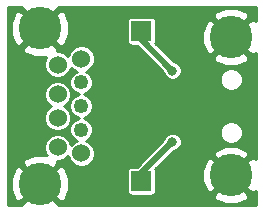
<source format=gbr>
G04 #@! TF.GenerationSoftware,KiCad,Pcbnew,(5.0.0-rc2-110-g9edfd25)*
G04 #@! TF.CreationDate,2018-06-15T17:49:20-07:00*
G04 #@! TF.ProjectId,USB-Voltage-Probe,5553422D566F6C746167652D50726F62,rev?*
G04 #@! TF.SameCoordinates,Original*
G04 #@! TF.FileFunction,Copper,L2,Bot,Signal*
G04 #@! TF.FilePolarity,Positive*
%FSLAX46Y46*%
G04 Gerber Fmt 4.6, Leading zero omitted, Abs format (unit mm)*
G04 Created by KiCad (PCBNEW (5.0.0-rc2-110-g9edfd25)) date Friday, June 15, 2018 at 05:49:20 PM*
%MOMM*%
%LPD*%
G01*
G04 APERTURE LIST*
G04 #@! TA.AperFunction,ComponentPad*
%ADD10C,3.600000*%
G04 #@! TD*
G04 #@! TA.AperFunction,ComponentPad*
%ADD11C,1.524000*%
G04 #@! TD*
G04 #@! TA.AperFunction,ComponentPad*
%ADD12C,1.250000*%
G04 #@! TD*
G04 #@! TA.AperFunction,ComponentPad*
%ADD13R,1.700000X1.700000*%
G04 #@! TD*
G04 #@! TA.AperFunction,ViaPad*
%ADD14C,0.800000*%
G04 #@! TD*
G04 #@! TA.AperFunction,Conductor*
%ADD15C,0.500000*%
G04 #@! TD*
G04 #@! TA.AperFunction,Conductor*
%ADD16C,0.254000*%
G04 #@! TD*
G04 APERTURE END LIST*
D10*
G04 #@! TO.P,J1,10*
G04 #@! TO.N,Net-(J1-Pad10)*
X146360000Y-48040000D03*
X146360000Y-61180000D03*
D11*
G04 #@! TO.P,J1,4*
G04 #@! TO.N,Net-(J1-Pad4)*
X147860000Y-58110000D03*
G04 #@! TO.P,J1,3*
G04 #@! TO.N,Net-(J1-Pad3)*
X147860000Y-55610000D03*
G04 #@! TO.P,J1,2*
G04 #@! TO.N,Net-(J1-Pad2)*
X147860000Y-53610000D03*
G04 #@! TO.P,J1,1*
G04 #@! TO.N,Net-(J1-Pad1)*
X147860000Y-51110000D03*
G04 #@! TO.P,J1,5*
G04 #@! TO.N,Net-(J1-Pad5)*
X149860000Y-58610000D03*
D12*
G04 #@! TO.P,J1,6*
G04 #@! TO.N,Net-(J1-Pad6)*
X149860000Y-56610000D03*
D11*
G04 #@! TO.P,J1,9*
G04 #@! TO.N,Net-(J1-Pad9)*
X149860000Y-50610000D03*
D12*
G04 #@! TO.P,J1,8*
G04 #@! TO.N,Net-(J1-Pad8)*
X149860000Y-52610000D03*
G04 #@! TO.P,J1,7*
G04 #@! TO.N,Net-(J1-Pad7)*
X149860000Y-54610000D03*
G04 #@! TD*
D13*
G04 #@! TO.P,J3,1*
G04 #@! TO.N,Net-(J1-Pad4)*
X154940000Y-60960000D03*
G04 #@! TD*
G04 #@! TO.P,J4,1*
G04 #@! TO.N,Net-(J1-Pad1)*
X154940000Y-48260000D03*
G04 #@! TD*
D10*
G04 #@! TO.P,J2,10*
G04 #@! TO.N,Net-(J1-Pad10)*
X162550000Y-48760000D03*
X162550000Y-60460000D03*
G04 #@! TD*
D14*
G04 #@! TO.N,Net-(J1-Pad1)*
X157575000Y-51600000D03*
G04 #@! TO.N,Net-(J1-Pad4)*
X157575000Y-57625000D03*
G04 #@! TD*
D15*
G04 #@! TO.N,Net-(J1-Pad1)*
X154940000Y-48260000D02*
X154940000Y-48965000D01*
X154940000Y-48965000D02*
X157575000Y-51600000D01*
G04 #@! TO.N,Net-(J1-Pad4)*
X154940000Y-60960000D02*
X154940000Y-60260000D01*
X154940000Y-60260000D02*
X157575000Y-57625000D01*
G04 #@! TD*
D16*
G04 #@! TO.N,Net-(J1-Pad10)*
G36*
X144808975Y-46309370D02*
X146360000Y-47860395D01*
X147911025Y-46309370D01*
X147847964Y-46197000D01*
X164623001Y-46197000D01*
X164623001Y-47401111D01*
X164280630Y-47208975D01*
X162729605Y-48760000D01*
X164280630Y-50311025D01*
X164623001Y-50118889D01*
X164623000Y-59101110D01*
X164280630Y-58908975D01*
X162729605Y-60460000D01*
X164280630Y-62011025D01*
X164623000Y-61818890D01*
X164623000Y-63023000D01*
X147847964Y-63023000D01*
X147911025Y-62910630D01*
X146360000Y-61359605D01*
X144808975Y-62910630D01*
X144872036Y-63023000D01*
X143637000Y-63023000D01*
X143637000Y-60724673D01*
X143919406Y-60724673D01*
X143930939Y-61693308D01*
X144279431Y-62534642D01*
X144629370Y-62731025D01*
X146180395Y-61180000D01*
X146539605Y-61180000D01*
X148090630Y-62731025D01*
X148440569Y-62534642D01*
X148800594Y-61635327D01*
X148789061Y-60666692D01*
X148558472Y-60110000D01*
X153705615Y-60110000D01*
X153705615Y-61810000D01*
X153734875Y-61957098D01*
X153818199Y-62081801D01*
X153942902Y-62165125D01*
X154090000Y-62194385D01*
X155790000Y-62194385D01*
X155808877Y-62190630D01*
X160998975Y-62190630D01*
X161195358Y-62540569D01*
X162094673Y-62900594D01*
X163063308Y-62889061D01*
X163904642Y-62540569D01*
X164101025Y-62190630D01*
X162550000Y-60639605D01*
X160998975Y-62190630D01*
X155808877Y-62190630D01*
X155937098Y-62165125D01*
X156061801Y-62081801D01*
X156145125Y-61957098D01*
X156174385Y-61810000D01*
X156174385Y-60110000D01*
X156153434Y-60004673D01*
X160109406Y-60004673D01*
X160120939Y-60973308D01*
X160469431Y-61814642D01*
X160819370Y-62011025D01*
X162370395Y-60460000D01*
X160819370Y-58908975D01*
X160469431Y-59105358D01*
X160109406Y-60004673D01*
X156153434Y-60004673D01*
X156145125Y-59962902D01*
X156136587Y-59950124D01*
X157357341Y-58729370D01*
X160998975Y-58729370D01*
X162550000Y-60280395D01*
X164101025Y-58729370D01*
X163904642Y-58379431D01*
X163005327Y-58019406D01*
X162036692Y-58030939D01*
X161195358Y-58379431D01*
X160998975Y-58729370D01*
X157357341Y-58729370D01*
X157684711Y-58402000D01*
X157729555Y-58402000D01*
X158015135Y-58283709D01*
X158233709Y-58065135D01*
X158352000Y-57779555D01*
X158352000Y-57470445D01*
X158233709Y-57184865D01*
X158015135Y-56966291D01*
X157729555Y-56848000D01*
X157420445Y-56848000D01*
X157134865Y-56966291D01*
X156916291Y-57184865D01*
X156798000Y-57470445D01*
X156798000Y-57515289D01*
X154587674Y-59725615D01*
X154090000Y-59725615D01*
X153942902Y-59754875D01*
X153818199Y-59838199D01*
X153734875Y-59962902D01*
X153705615Y-60110000D01*
X148558472Y-60110000D01*
X148440569Y-59825358D01*
X148090630Y-59628975D01*
X146539605Y-61180000D01*
X146180395Y-61180000D01*
X144629370Y-59628975D01*
X144279431Y-59825358D01*
X143919406Y-60724673D01*
X143637000Y-60724673D01*
X143637000Y-53383439D01*
X146721000Y-53383439D01*
X146721000Y-53836561D01*
X146894403Y-54255191D01*
X147214809Y-54575597D01*
X147297865Y-54610000D01*
X147214809Y-54644403D01*
X146894403Y-54964809D01*
X146721000Y-55383439D01*
X146721000Y-55836561D01*
X146894403Y-56255191D01*
X147214809Y-56575597D01*
X147633439Y-56749000D01*
X148086561Y-56749000D01*
X148505191Y-56575597D01*
X148825597Y-56255191D01*
X148999000Y-55836561D01*
X148999000Y-55383439D01*
X148825597Y-54964809D01*
X148505191Y-54644403D01*
X148422135Y-54610000D01*
X148505191Y-54575597D01*
X148825597Y-54255191D01*
X148999000Y-53836561D01*
X148999000Y-53383439D01*
X148825597Y-52964809D01*
X148505191Y-52644403D01*
X148086561Y-52471000D01*
X147633439Y-52471000D01*
X147214809Y-52644403D01*
X146894403Y-52964809D01*
X146721000Y-53383439D01*
X143637000Y-53383439D01*
X143637000Y-49770630D01*
X144808975Y-49770630D01*
X145005358Y-50120569D01*
X145904673Y-50480594D01*
X146873308Y-50469061D01*
X146902061Y-50457151D01*
X146894403Y-50464809D01*
X146721000Y-50883439D01*
X146721000Y-51336561D01*
X146894403Y-51755191D01*
X147214809Y-52075597D01*
X147633439Y-52249000D01*
X148086561Y-52249000D01*
X148505191Y-52075597D01*
X148825597Y-51755191D01*
X148992197Y-51352985D01*
X149214809Y-51575597D01*
X149476863Y-51684144D01*
X149292413Y-51760546D01*
X149010546Y-52042413D01*
X148858000Y-52410690D01*
X148858000Y-52809310D01*
X149010546Y-53177587D01*
X149292413Y-53459454D01*
X149655862Y-53610000D01*
X149292413Y-53760546D01*
X149010546Y-54042413D01*
X148858000Y-54410690D01*
X148858000Y-54809310D01*
X149010546Y-55177587D01*
X149292413Y-55459454D01*
X149655862Y-55610000D01*
X149292413Y-55760546D01*
X149010546Y-56042413D01*
X148858000Y-56410690D01*
X148858000Y-56809310D01*
X149010546Y-57177587D01*
X149292413Y-57459454D01*
X149476863Y-57535856D01*
X149214809Y-57644403D01*
X148992197Y-57867015D01*
X148825597Y-57464809D01*
X148505191Y-57144403D01*
X148086561Y-56971000D01*
X147633439Y-56971000D01*
X147214809Y-57144403D01*
X146894403Y-57464809D01*
X146721000Y-57883439D01*
X146721000Y-58336561D01*
X146894403Y-58755191D01*
X146920870Y-58781658D01*
X146815327Y-58739406D01*
X145846692Y-58750939D01*
X145005358Y-59099431D01*
X144808975Y-59449370D01*
X146360000Y-61000395D01*
X147911025Y-59449370D01*
X147798579Y-59249000D01*
X148086561Y-59249000D01*
X148505191Y-59075597D01*
X148727803Y-58852985D01*
X148894403Y-59255191D01*
X149214809Y-59575597D01*
X149633439Y-59749000D01*
X150086561Y-59749000D01*
X150505191Y-59575597D01*
X150825597Y-59255191D01*
X150999000Y-58836561D01*
X150999000Y-58383439D01*
X150825597Y-57964809D01*
X150505191Y-57644403D01*
X150243137Y-57535856D01*
X150427587Y-57459454D01*
X150709454Y-57177587D01*
X150862000Y-56809310D01*
X150862000Y-56665663D01*
X161573000Y-56665663D01*
X161573000Y-57054337D01*
X161721739Y-57413426D01*
X161996574Y-57688261D01*
X162355663Y-57837000D01*
X162744337Y-57837000D01*
X163103426Y-57688261D01*
X163378261Y-57413426D01*
X163527000Y-57054337D01*
X163527000Y-56665663D01*
X163378261Y-56306574D01*
X163103426Y-56031739D01*
X162744337Y-55883000D01*
X162355663Y-55883000D01*
X161996574Y-56031739D01*
X161721739Y-56306574D01*
X161573000Y-56665663D01*
X150862000Y-56665663D01*
X150862000Y-56410690D01*
X150709454Y-56042413D01*
X150427587Y-55760546D01*
X150064138Y-55610000D01*
X150427587Y-55459454D01*
X150709454Y-55177587D01*
X150862000Y-54809310D01*
X150862000Y-54410690D01*
X150709454Y-54042413D01*
X150427587Y-53760546D01*
X150064138Y-53610000D01*
X150427587Y-53459454D01*
X150709454Y-53177587D01*
X150862000Y-52809310D01*
X150862000Y-52410690D01*
X150709454Y-52042413D01*
X150427587Y-51760546D01*
X150243137Y-51684144D01*
X150505191Y-51575597D01*
X150825597Y-51255191D01*
X150999000Y-50836561D01*
X150999000Y-50383439D01*
X150825597Y-49964809D01*
X150505191Y-49644403D01*
X150086561Y-49471000D01*
X149633439Y-49471000D01*
X149214809Y-49644403D01*
X148894403Y-49964809D01*
X148727803Y-50367015D01*
X148505191Y-50144403D01*
X148086561Y-49971000D01*
X147798579Y-49971000D01*
X147911025Y-49770630D01*
X146360000Y-48219605D01*
X144808975Y-49770630D01*
X143637000Y-49770630D01*
X143637000Y-47584673D01*
X143919406Y-47584673D01*
X143930939Y-48553308D01*
X144279431Y-49394642D01*
X144629370Y-49591025D01*
X146180395Y-48040000D01*
X146539605Y-48040000D01*
X148090630Y-49591025D01*
X148440569Y-49394642D01*
X148800594Y-48495327D01*
X148789061Y-47526692D01*
X148740726Y-47410000D01*
X153705615Y-47410000D01*
X153705615Y-49110000D01*
X153734875Y-49257098D01*
X153818199Y-49381801D01*
X153942902Y-49465125D01*
X154090000Y-49494385D01*
X154582674Y-49494385D01*
X156798000Y-51709711D01*
X156798000Y-51754555D01*
X156916291Y-52040135D01*
X157134865Y-52258709D01*
X157420445Y-52377000D01*
X157729555Y-52377000D01*
X158015135Y-52258709D01*
X158108181Y-52165663D01*
X161573000Y-52165663D01*
X161573000Y-52554337D01*
X161721739Y-52913426D01*
X161996574Y-53188261D01*
X162355663Y-53337000D01*
X162744337Y-53337000D01*
X163103426Y-53188261D01*
X163378261Y-52913426D01*
X163527000Y-52554337D01*
X163527000Y-52165663D01*
X163378261Y-51806574D01*
X163103426Y-51531739D01*
X162744337Y-51383000D01*
X162355663Y-51383000D01*
X161996574Y-51531739D01*
X161721739Y-51806574D01*
X161573000Y-52165663D01*
X158108181Y-52165663D01*
X158233709Y-52040135D01*
X158352000Y-51754555D01*
X158352000Y-51445445D01*
X158233709Y-51159865D01*
X158015135Y-50941291D01*
X157729555Y-50823000D01*
X157684711Y-50823000D01*
X157352341Y-50490630D01*
X160998975Y-50490630D01*
X161195358Y-50840569D01*
X162094673Y-51200594D01*
X163063308Y-51189061D01*
X163904642Y-50840569D01*
X164101025Y-50490630D01*
X162550000Y-48939605D01*
X160998975Y-50490630D01*
X157352341Y-50490630D01*
X156134584Y-49272873D01*
X156145125Y-49257098D01*
X156174385Y-49110000D01*
X156174385Y-48304673D01*
X160109406Y-48304673D01*
X160120939Y-49273308D01*
X160469431Y-50114642D01*
X160819370Y-50311025D01*
X162370395Y-48760000D01*
X160819370Y-47208975D01*
X160469431Y-47405358D01*
X160109406Y-48304673D01*
X156174385Y-48304673D01*
X156174385Y-47410000D01*
X156145125Y-47262902D01*
X156061801Y-47138199D01*
X155937098Y-47054875D01*
X155808878Y-47029370D01*
X160998975Y-47029370D01*
X162550000Y-48580395D01*
X164101025Y-47029370D01*
X163904642Y-46679431D01*
X163005327Y-46319406D01*
X162036692Y-46330939D01*
X161195358Y-46679431D01*
X160998975Y-47029370D01*
X155808878Y-47029370D01*
X155790000Y-47025615D01*
X154090000Y-47025615D01*
X153942902Y-47054875D01*
X153818199Y-47138199D01*
X153734875Y-47262902D01*
X153705615Y-47410000D01*
X148740726Y-47410000D01*
X148440569Y-46685358D01*
X148090630Y-46488975D01*
X146539605Y-48040000D01*
X146180395Y-48040000D01*
X144629370Y-46488975D01*
X144279431Y-46685358D01*
X143919406Y-47584673D01*
X143637000Y-47584673D01*
X143637000Y-46197000D01*
X144872036Y-46197000D01*
X144808975Y-46309370D01*
X144808975Y-46309370D01*
G37*
X144808975Y-46309370D02*
X146360000Y-47860395D01*
X147911025Y-46309370D01*
X147847964Y-46197000D01*
X164623001Y-46197000D01*
X164623001Y-47401111D01*
X164280630Y-47208975D01*
X162729605Y-48760000D01*
X164280630Y-50311025D01*
X164623001Y-50118889D01*
X164623000Y-59101110D01*
X164280630Y-58908975D01*
X162729605Y-60460000D01*
X164280630Y-62011025D01*
X164623000Y-61818890D01*
X164623000Y-63023000D01*
X147847964Y-63023000D01*
X147911025Y-62910630D01*
X146360000Y-61359605D01*
X144808975Y-62910630D01*
X144872036Y-63023000D01*
X143637000Y-63023000D01*
X143637000Y-60724673D01*
X143919406Y-60724673D01*
X143930939Y-61693308D01*
X144279431Y-62534642D01*
X144629370Y-62731025D01*
X146180395Y-61180000D01*
X146539605Y-61180000D01*
X148090630Y-62731025D01*
X148440569Y-62534642D01*
X148800594Y-61635327D01*
X148789061Y-60666692D01*
X148558472Y-60110000D01*
X153705615Y-60110000D01*
X153705615Y-61810000D01*
X153734875Y-61957098D01*
X153818199Y-62081801D01*
X153942902Y-62165125D01*
X154090000Y-62194385D01*
X155790000Y-62194385D01*
X155808877Y-62190630D01*
X160998975Y-62190630D01*
X161195358Y-62540569D01*
X162094673Y-62900594D01*
X163063308Y-62889061D01*
X163904642Y-62540569D01*
X164101025Y-62190630D01*
X162550000Y-60639605D01*
X160998975Y-62190630D01*
X155808877Y-62190630D01*
X155937098Y-62165125D01*
X156061801Y-62081801D01*
X156145125Y-61957098D01*
X156174385Y-61810000D01*
X156174385Y-60110000D01*
X156153434Y-60004673D01*
X160109406Y-60004673D01*
X160120939Y-60973308D01*
X160469431Y-61814642D01*
X160819370Y-62011025D01*
X162370395Y-60460000D01*
X160819370Y-58908975D01*
X160469431Y-59105358D01*
X160109406Y-60004673D01*
X156153434Y-60004673D01*
X156145125Y-59962902D01*
X156136587Y-59950124D01*
X157357341Y-58729370D01*
X160998975Y-58729370D01*
X162550000Y-60280395D01*
X164101025Y-58729370D01*
X163904642Y-58379431D01*
X163005327Y-58019406D01*
X162036692Y-58030939D01*
X161195358Y-58379431D01*
X160998975Y-58729370D01*
X157357341Y-58729370D01*
X157684711Y-58402000D01*
X157729555Y-58402000D01*
X158015135Y-58283709D01*
X158233709Y-58065135D01*
X158352000Y-57779555D01*
X158352000Y-57470445D01*
X158233709Y-57184865D01*
X158015135Y-56966291D01*
X157729555Y-56848000D01*
X157420445Y-56848000D01*
X157134865Y-56966291D01*
X156916291Y-57184865D01*
X156798000Y-57470445D01*
X156798000Y-57515289D01*
X154587674Y-59725615D01*
X154090000Y-59725615D01*
X153942902Y-59754875D01*
X153818199Y-59838199D01*
X153734875Y-59962902D01*
X153705615Y-60110000D01*
X148558472Y-60110000D01*
X148440569Y-59825358D01*
X148090630Y-59628975D01*
X146539605Y-61180000D01*
X146180395Y-61180000D01*
X144629370Y-59628975D01*
X144279431Y-59825358D01*
X143919406Y-60724673D01*
X143637000Y-60724673D01*
X143637000Y-53383439D01*
X146721000Y-53383439D01*
X146721000Y-53836561D01*
X146894403Y-54255191D01*
X147214809Y-54575597D01*
X147297865Y-54610000D01*
X147214809Y-54644403D01*
X146894403Y-54964809D01*
X146721000Y-55383439D01*
X146721000Y-55836561D01*
X146894403Y-56255191D01*
X147214809Y-56575597D01*
X147633439Y-56749000D01*
X148086561Y-56749000D01*
X148505191Y-56575597D01*
X148825597Y-56255191D01*
X148999000Y-55836561D01*
X148999000Y-55383439D01*
X148825597Y-54964809D01*
X148505191Y-54644403D01*
X148422135Y-54610000D01*
X148505191Y-54575597D01*
X148825597Y-54255191D01*
X148999000Y-53836561D01*
X148999000Y-53383439D01*
X148825597Y-52964809D01*
X148505191Y-52644403D01*
X148086561Y-52471000D01*
X147633439Y-52471000D01*
X147214809Y-52644403D01*
X146894403Y-52964809D01*
X146721000Y-53383439D01*
X143637000Y-53383439D01*
X143637000Y-49770630D01*
X144808975Y-49770630D01*
X145005358Y-50120569D01*
X145904673Y-50480594D01*
X146873308Y-50469061D01*
X146902061Y-50457151D01*
X146894403Y-50464809D01*
X146721000Y-50883439D01*
X146721000Y-51336561D01*
X146894403Y-51755191D01*
X147214809Y-52075597D01*
X147633439Y-52249000D01*
X148086561Y-52249000D01*
X148505191Y-52075597D01*
X148825597Y-51755191D01*
X148992197Y-51352985D01*
X149214809Y-51575597D01*
X149476863Y-51684144D01*
X149292413Y-51760546D01*
X149010546Y-52042413D01*
X148858000Y-52410690D01*
X148858000Y-52809310D01*
X149010546Y-53177587D01*
X149292413Y-53459454D01*
X149655862Y-53610000D01*
X149292413Y-53760546D01*
X149010546Y-54042413D01*
X148858000Y-54410690D01*
X148858000Y-54809310D01*
X149010546Y-55177587D01*
X149292413Y-55459454D01*
X149655862Y-55610000D01*
X149292413Y-55760546D01*
X149010546Y-56042413D01*
X148858000Y-56410690D01*
X148858000Y-56809310D01*
X149010546Y-57177587D01*
X149292413Y-57459454D01*
X149476863Y-57535856D01*
X149214809Y-57644403D01*
X148992197Y-57867015D01*
X148825597Y-57464809D01*
X148505191Y-57144403D01*
X148086561Y-56971000D01*
X147633439Y-56971000D01*
X147214809Y-57144403D01*
X146894403Y-57464809D01*
X146721000Y-57883439D01*
X146721000Y-58336561D01*
X146894403Y-58755191D01*
X146920870Y-58781658D01*
X146815327Y-58739406D01*
X145846692Y-58750939D01*
X145005358Y-59099431D01*
X144808975Y-59449370D01*
X146360000Y-61000395D01*
X147911025Y-59449370D01*
X147798579Y-59249000D01*
X148086561Y-59249000D01*
X148505191Y-59075597D01*
X148727803Y-58852985D01*
X148894403Y-59255191D01*
X149214809Y-59575597D01*
X149633439Y-59749000D01*
X150086561Y-59749000D01*
X150505191Y-59575597D01*
X150825597Y-59255191D01*
X150999000Y-58836561D01*
X150999000Y-58383439D01*
X150825597Y-57964809D01*
X150505191Y-57644403D01*
X150243137Y-57535856D01*
X150427587Y-57459454D01*
X150709454Y-57177587D01*
X150862000Y-56809310D01*
X150862000Y-56665663D01*
X161573000Y-56665663D01*
X161573000Y-57054337D01*
X161721739Y-57413426D01*
X161996574Y-57688261D01*
X162355663Y-57837000D01*
X162744337Y-57837000D01*
X163103426Y-57688261D01*
X163378261Y-57413426D01*
X163527000Y-57054337D01*
X163527000Y-56665663D01*
X163378261Y-56306574D01*
X163103426Y-56031739D01*
X162744337Y-55883000D01*
X162355663Y-55883000D01*
X161996574Y-56031739D01*
X161721739Y-56306574D01*
X161573000Y-56665663D01*
X150862000Y-56665663D01*
X150862000Y-56410690D01*
X150709454Y-56042413D01*
X150427587Y-55760546D01*
X150064138Y-55610000D01*
X150427587Y-55459454D01*
X150709454Y-55177587D01*
X150862000Y-54809310D01*
X150862000Y-54410690D01*
X150709454Y-54042413D01*
X150427587Y-53760546D01*
X150064138Y-53610000D01*
X150427587Y-53459454D01*
X150709454Y-53177587D01*
X150862000Y-52809310D01*
X150862000Y-52410690D01*
X150709454Y-52042413D01*
X150427587Y-51760546D01*
X150243137Y-51684144D01*
X150505191Y-51575597D01*
X150825597Y-51255191D01*
X150999000Y-50836561D01*
X150999000Y-50383439D01*
X150825597Y-49964809D01*
X150505191Y-49644403D01*
X150086561Y-49471000D01*
X149633439Y-49471000D01*
X149214809Y-49644403D01*
X148894403Y-49964809D01*
X148727803Y-50367015D01*
X148505191Y-50144403D01*
X148086561Y-49971000D01*
X147798579Y-49971000D01*
X147911025Y-49770630D01*
X146360000Y-48219605D01*
X144808975Y-49770630D01*
X143637000Y-49770630D01*
X143637000Y-47584673D01*
X143919406Y-47584673D01*
X143930939Y-48553308D01*
X144279431Y-49394642D01*
X144629370Y-49591025D01*
X146180395Y-48040000D01*
X146539605Y-48040000D01*
X148090630Y-49591025D01*
X148440569Y-49394642D01*
X148800594Y-48495327D01*
X148789061Y-47526692D01*
X148740726Y-47410000D01*
X153705615Y-47410000D01*
X153705615Y-49110000D01*
X153734875Y-49257098D01*
X153818199Y-49381801D01*
X153942902Y-49465125D01*
X154090000Y-49494385D01*
X154582674Y-49494385D01*
X156798000Y-51709711D01*
X156798000Y-51754555D01*
X156916291Y-52040135D01*
X157134865Y-52258709D01*
X157420445Y-52377000D01*
X157729555Y-52377000D01*
X158015135Y-52258709D01*
X158108181Y-52165663D01*
X161573000Y-52165663D01*
X161573000Y-52554337D01*
X161721739Y-52913426D01*
X161996574Y-53188261D01*
X162355663Y-53337000D01*
X162744337Y-53337000D01*
X163103426Y-53188261D01*
X163378261Y-52913426D01*
X163527000Y-52554337D01*
X163527000Y-52165663D01*
X163378261Y-51806574D01*
X163103426Y-51531739D01*
X162744337Y-51383000D01*
X162355663Y-51383000D01*
X161996574Y-51531739D01*
X161721739Y-51806574D01*
X161573000Y-52165663D01*
X158108181Y-52165663D01*
X158233709Y-52040135D01*
X158352000Y-51754555D01*
X158352000Y-51445445D01*
X158233709Y-51159865D01*
X158015135Y-50941291D01*
X157729555Y-50823000D01*
X157684711Y-50823000D01*
X157352341Y-50490630D01*
X160998975Y-50490630D01*
X161195358Y-50840569D01*
X162094673Y-51200594D01*
X163063308Y-51189061D01*
X163904642Y-50840569D01*
X164101025Y-50490630D01*
X162550000Y-48939605D01*
X160998975Y-50490630D01*
X157352341Y-50490630D01*
X156134584Y-49272873D01*
X156145125Y-49257098D01*
X156174385Y-49110000D01*
X156174385Y-48304673D01*
X160109406Y-48304673D01*
X160120939Y-49273308D01*
X160469431Y-50114642D01*
X160819370Y-50311025D01*
X162370395Y-48760000D01*
X160819370Y-47208975D01*
X160469431Y-47405358D01*
X160109406Y-48304673D01*
X156174385Y-48304673D01*
X156174385Y-47410000D01*
X156145125Y-47262902D01*
X156061801Y-47138199D01*
X155937098Y-47054875D01*
X155808878Y-47029370D01*
X160998975Y-47029370D01*
X162550000Y-48580395D01*
X164101025Y-47029370D01*
X163904642Y-46679431D01*
X163005327Y-46319406D01*
X162036692Y-46330939D01*
X161195358Y-46679431D01*
X160998975Y-47029370D01*
X155808878Y-47029370D01*
X155790000Y-47025615D01*
X154090000Y-47025615D01*
X153942902Y-47054875D01*
X153818199Y-47138199D01*
X153734875Y-47262902D01*
X153705615Y-47410000D01*
X148740726Y-47410000D01*
X148440569Y-46685358D01*
X148090630Y-46488975D01*
X146539605Y-48040000D01*
X146180395Y-48040000D01*
X144629370Y-46488975D01*
X144279431Y-46685358D01*
X143919406Y-47584673D01*
X143637000Y-47584673D01*
X143637000Y-46197000D01*
X144872036Y-46197000D01*
X144808975Y-46309370D01*
G04 #@! TD*
M02*

</source>
